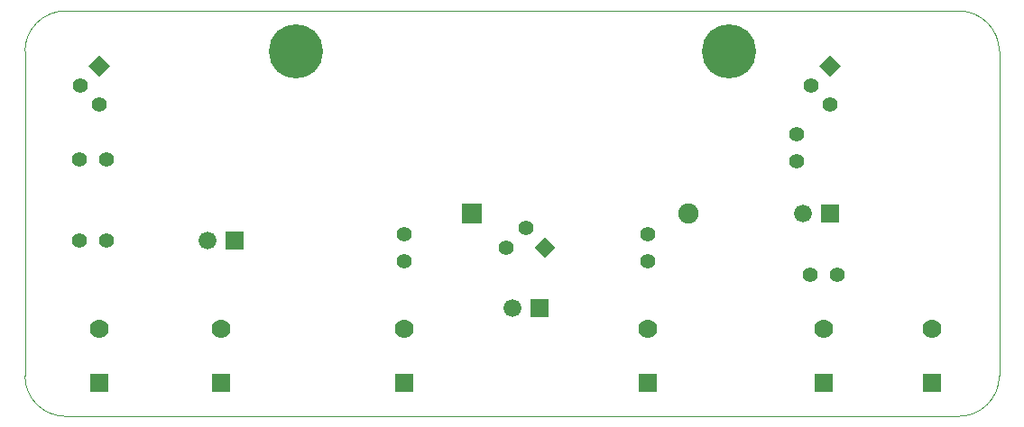
<source format=gts>
G04 #@! TF.FileFunction,Soldermask,Top*
%FSLAX46Y46*%
G04 Gerber Fmt 4.6, Leading zero omitted, Abs format (unit mm)*
G04 Created by KiCad (PCBNEW (2015-07-01 BZR 5850)-product) date Fri Aug 21 14:42:13 2015*
%MOMM*%
G01*
G04 APERTURE LIST*
%ADD10C,0.150000*%
%ADD11C,0.100000*%
%ADD12R,1.905000X1.905000*%
%ADD13C,1.905000*%
%ADD14C,1.778000*%
%ADD15R,1.778000X1.778000*%
%ADD16C,5.080000*%
%ADD17C,1.676400*%
%ADD18R,1.676400X1.676400*%
%ADD19C,1.397000*%
G04 APERTURE END LIST*
D10*
D11*
X262890000Y-170180000D02*
X262890000Y-200660000D01*
X175260000Y-166370000D02*
X259080000Y-166370000D01*
X171450000Y-200660000D02*
X171450000Y-170180000D01*
X259080000Y-204470000D02*
X175260000Y-204470000D01*
X259080000Y-204470000D02*
G75*
G03X262890000Y-200660000I0J3810000D01*
G01*
X175260000Y-166370000D02*
G75*
G03X171450000Y-170180000I0J-3810000D01*
G01*
X262890000Y-170180000D02*
G75*
G03X259080000Y-166370000I-3810000J0D01*
G01*
X171450000Y-200660000D02*
G75*
G03X175260000Y-204470000I3810000J0D01*
G01*
D12*
X213360000Y-185420000D03*
D13*
X233680000Y-185420000D03*
D14*
X207010000Y-196215000D03*
D15*
X207010000Y-201295000D03*
D14*
X178435000Y-196215000D03*
D15*
X178435000Y-201295000D03*
D14*
X246380000Y-196215000D03*
D15*
X246380000Y-201295000D03*
D16*
X196850000Y-170180000D03*
X237490000Y-170180000D03*
D14*
X229870000Y-196215000D03*
D15*
X229870000Y-201295000D03*
D14*
X256540000Y-196215000D03*
D15*
X256540000Y-201295000D03*
D14*
X189865000Y-196215000D03*
D15*
X189865000Y-201295000D03*
D17*
X217170000Y-194310000D03*
D18*
X219710000Y-194310000D03*
D17*
X244475000Y-185420000D03*
D18*
X247015000Y-185420000D03*
D17*
X188595000Y-187960000D03*
D18*
X191135000Y-187960000D03*
D10*
G36*
X178435000Y-172546777D02*
X177447172Y-171558949D01*
X178435000Y-170571121D01*
X179422828Y-171558949D01*
X178435000Y-172546777D01*
X178435000Y-172546777D01*
G37*
D19*
X176638949Y-173355000D03*
X178435000Y-175151051D03*
D10*
G36*
X219248223Y-188595000D02*
X220236051Y-187607172D01*
X221223879Y-188595000D01*
X220236051Y-189582828D01*
X219248223Y-188595000D01*
X219248223Y-188595000D01*
G37*
D19*
X218440000Y-186798949D03*
X216643949Y-188595000D03*
D10*
G36*
X247015000Y-172546777D02*
X246027172Y-171558949D01*
X247015000Y-170571121D01*
X248002828Y-171558949D01*
X247015000Y-172546777D01*
X247015000Y-172546777D01*
G37*
D19*
X245218949Y-173355000D03*
X247015000Y-175151051D03*
X176530000Y-180340000D03*
X179070000Y-180340000D03*
X207010000Y-187325000D03*
X207010000Y-189865000D03*
X229870000Y-187325000D03*
X229870000Y-189865000D03*
X245110000Y-191135000D03*
X247650000Y-191135000D03*
X243840000Y-180467000D03*
X243840000Y-177927000D03*
X176530000Y-187960000D03*
X179070000Y-187960000D03*
M02*

</source>
